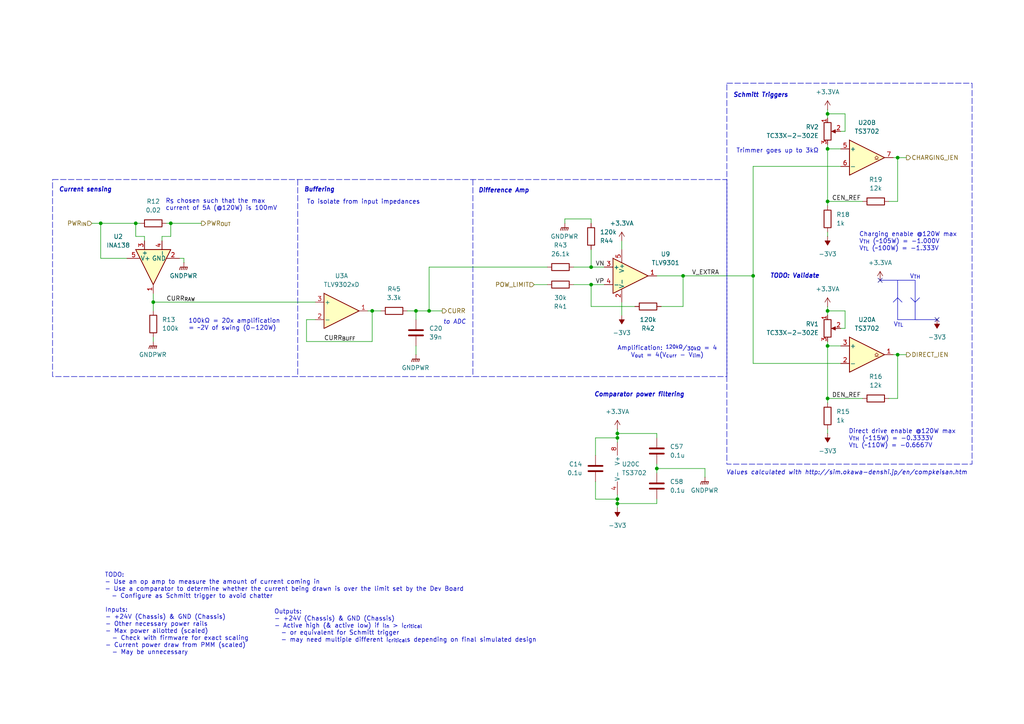
<source format=kicad_sch>
(kicad_sch (version 20231120) (generator "eeschema") (generator_version "8.0")
  (paper "A4")
  (title_block (title "Current Sensing") (date "2025-02-12") (rev "1") (company "UT Robomaster") (comment 1 "Robomaster"))
  (lib_symbols
    (symbol "! Robomaster ICs:TS3902" (pin_names (offset 0.127))
      (property "Reference" "U" (at 3.81 3.81 0))
      (property "Value" "TS3702" (at 6.35 -3.81 0))
      (symbol "TS3902_1_1"
        (polyline (pts (xy -5.08 5.08) (xy 5.08 0) (xy -5.08 -5.08) (xy -5.08 5.08)) (stroke (width 0.254)) (fill (type background)))
        (polyline (pts (xy 3.302 -0.508) (xy 2.794 -0.508) (xy 3.302 0) (xy 2.794 0.508) (xy 2.286 0) (xy 2.794 -0.508) (xy 2.286 -0.508)) (stroke (width 0.127)))
        (pin open_collector line (at 7.62 0 180) (length 2.54) (name "~") (number "1"))
        (pin input line (at -7.62 -2.54 0) (length 2.54) (name "-") (number "2"))
        (pin input line (at -7.62 2.54 0) (length 2.54) (name "+") (number "3"))
      )
      (symbol "TS3902_2_1"
        (polyline (pts (xy -5.08 5.08) (xy 5.08 0) (xy -5.08 -5.08) (xy -5.08 5.08)) (stroke (width 0.254)) (fill (type background)))
        (polyline (pts (xy 3.302 -0.508) (xy 2.794 -0.508) (xy 3.302 0) (xy 2.794 0.508) (xy 2.286 0) (xy 2.794 -0.508) (xy 2.286 -0.508)) (stroke (width 0.127)))
        (pin input line (at -7.62 2.54 0) (length 2.54) (name "+") (number "5"))
        (pin input line (at -7.62 -2.54 0) (length 2.54) (name "-") (number "6"))
        (pin open_collector line (at 7.62 0 180) (length 2.54) (name "~") (number "7"))
      )
      (symbol "TS3902_3_1"
        (pin power_in line (at -2.54 -7.62 90) (length 3.81) (name "V-") (number "4"))
        (pin power_in line (at -2.54 7.62 270) (length 3.81) (name "V+") (number "8"))
      )
    )
    (symbol "Amplifier_Current:INA138" (pin_names (offset 0.127))
      (property "Reference" "U" (at 3.81 5.08 0))
      (property "Value" "INA138" (at 3.81 2.54 0))
      (symbol "INA138_0_1"
        (polyline (pts (xy -5.08 5.08) (xy 5.08 0) (xy -5.08 -5.08) (xy -5.08 5.08)) (stroke (width 0.254)) (fill (type background)))
      )
      (symbol "INA138_1_1"
        (pin output line (at 7.62 0 180) (length 2.54) (name "~") (number "1"))
        (pin power_in line (at -2.54 -7.62 90) (length 3.81) (name "GND") (number "2"))
        (pin input line (at -7.62 2.54 0) (length 2.54) (name "+") (number "3"))
        (pin input line (at -7.62 -2.54 0) (length 2.54) (name "-") (number "4"))
        (pin power_in line (at -2.54 7.62 270) (length 3.81) (name "V+") (number "5"))
      )
    )
    (symbol "Amplifier_Operational:LM321" (pin_names (offset 0.127))
      (property "Reference" "U9" (at 10.16 6.3186 0))
      (property "Value" "TLV9301" (at 10.16 3.7786 0))
      (symbol "LM321_0_1"
        (polyline (pts (xy -5.08 5.08) (xy 5.08 0) (xy -5.08 -5.08) (xy -5.08 5.08)) (stroke (width 0.254)) (fill (type background)))
      )
      (symbol "LM321_1_1"
        (pin output line (at 7.62 0 180) (length 2.54) (name "~") (number "1"))
        (pin power_in line (at -2.54 -7.62 90) (length 3.81) (name "V-") (number "2"))
        (pin input line (at -7.62 2.54 0) (length 2.54) (name "+") (number "3"))
        (pin input line (at -7.62 -2.54 0) (length 2.54) (name "-") (number "4"))
        (pin power_in line (at -2.54 7.62 270) (length 3.81) (name "V+") (number "5"))
      )
    )
    (symbol "Amplifier_Operational:TLV9302xD" (pin_names (offset 0.127))
      (property "Reference" "U" (at 0 5.08 0))
      (property "Value" "TLV9302xD" (at 0 -5.08 0))
      (symbol "TLV9302xD_1_1"
        (polyline (pts (xy -5.08 5.08) (xy 5.08 0) (xy -5.08 -5.08) (xy -5.08 5.08)) (stroke (width 0.254)) (fill (type background)))
        (pin output line (at 7.62 0 180) (length 2.54) (name "~") (number "1"))
        (pin input line (at -7.62 -2.54 0) (length 2.54) (name "-") (number "2"))
        (pin input line (at -7.62 2.54 0) (length 2.54) (name "+") (number "3"))
      )
      (symbol "TLV9302xD_2_1"
        (polyline (pts (xy -5.08 5.08) (xy 5.08 0) (xy -5.08 -5.08) (xy -5.08 5.08)) (stroke (width 0.254)) (fill (type background)))
        (pin input line (at -7.62 2.54 0) (length 2.54) (name "+") (number "5"))
        (pin input line (at -7.62 -2.54 0) (length 2.54) (name "-") (number "6"))
        (pin output line (at 7.62 0 180) (length 2.54) (name "~") (number "7"))
      )
      (symbol "TLV9302xD_3_1"
        (pin power_in line (at -2.54 -7.62 90) (length 3.81) (name "V-") (number "4"))
        (pin power_in line (at -2.54 7.62 270) (length 3.81) (name "V+") (number "8"))
      )
    )
    (symbol "Device:C" (pin_numbers hide) (pin_names (offset 0.254))
      (property "Reference" "C" (at 0.635 2.54 0))
      (property "Value" "C" (at 0.635 -2.54 0))
      (symbol "C_0_1"
        (polyline (pts (xy -2.032 -0.762) (xy 2.032 -0.762)) (stroke (width 0.508)))
        (polyline (pts (xy -2.032 0.762) (xy 2.032 0.762)) (stroke (width 0.508)))
      )
      (symbol "C_1_1"
        (pin passive line (at 0 3.81 270) (length 2.794) (name "~") (number "1"))
        (pin passive line (at 0 -3.81 90) (length 2.794) (name "~") (number "2"))
      )
    )
    (symbol "Device:R" (pin_numbers hide) (pin_names (offset 0))
      (property "Reference" "R" (at 2.032 0 90))
      (property "Value" "R" (at 0 0 90))
      (symbol "R_0_1"
        (rectangle (start -1.016 -2.54) (end 1.016 2.54) (stroke (width 0.254)))
      )
      (symbol "R_1_1"
        (pin passive line (at 0 3.81 270) (length 1.27) (name "~") (number "1"))
        (pin passive line (at 0 -3.81 90) (length 1.27) (name "~") (number "2"))
      )
    )
    (symbol "Device:R_Potentiometer" (pin_names (offset 1.016) hide)
      (property "Reference" "RV" (at -4.445 0 90))
      (property "Value" "R_Potentiometer" (at -2.54 0 90))
      (symbol "R_Potentiometer_0_1"
        (polyline (pts (xy 2.54 0) (xy 1.524 0)))
        (polyline (pts (xy 1.143 0) (xy 2.286 0.508) (xy 2.286 -0.508) (xy 1.143 0)) (fill (type outline)))
        (rectangle (start 1.016 2.54) (end -1.016 -2.54) (stroke (width 0.254)))
      )
      (symbol "R_Potentiometer_1_1"
        (pin passive line (at 0 3.81 270) (length 1.27) (name "1") (number "1"))
        (pin passive line (at 3.81 0 180) (length 1.27) (name "2") (number "2"))
        (pin passive line (at 0 -3.81 90) (length 1.27) (name "3") (number "3"))
      )
    )
    (symbol "power:+3.3VA" (power) (pin_numbers hide) (pin_names (offset 0) hide)
      (property "Value" "+3.3VA" (at 0 3.556 0))
      (symbol "+3.3VA_0_1"
        (polyline (pts (xy -0.762 1.27) (xy 0 2.54)))
        (polyline (pts (xy 0 0) (xy 0 2.54)))
        (polyline (pts (xy 0 2.54) (xy 0.762 1.27)))
      )
      (symbol "+3.3VA_1_1"
        (pin power_in line (at 0 0 90) (length 0) (name "~") (number "1"))
      )
    )
    (symbol "power:-3V3" (power) (pin_numbers hide) (pin_names (offset 0) hide)
      (property "Value" "-3V3" (at 0 3.556 0))
      (symbol "-3V3_0_0"
        (pin power_in line (at 0 0 90) (length 0) (name "~") (number "1"))
      )
      (symbol "-3V3_0_1"
        (polyline (pts (xy 0 0) (xy 0 1.27) (xy 0.762 1.27) (xy 0 2.54) (xy -0.762 1.27) (xy 0 1.27)) (fill (type outline)))
      )
    )
    (symbol "power:GNDPWR" (power) (pin_numbers hide) (pin_names (offset 0) hide)
      (property "Value" "GNDPWR" (at 0 -3.302 0))
      (symbol "GNDPWR_0_1"
        (polyline (pts (xy 0 -1.27) (xy 0 0)))
        (polyline (pts (xy -1.016 -1.27) (xy -1.27 -2.032) (xy -1.27 -2.032)) (stroke (width 0.2032)))
        (polyline (pts (xy -0.508 -1.27) (xy -0.762 -2.032) (xy -0.762 -2.032)) (stroke (width 0.2032)))
        (polyline (pts (xy 0 -1.27) (xy -0.254 -2.032) (xy -0.254 -2.032)) (stroke (width 0.2032)))
        (polyline (pts (xy 0.508 -1.27) (xy 0.254 -2.032) (xy 0.254 -2.032)) (stroke (width 0.2032)))
        (polyline (pts (xy 1.016 -1.27) (xy -1.016 -1.27) (xy -1.016 -1.27)) (stroke (width 0.2032)))
        (polyline (pts (xy 1.016 -1.27) (xy 0.762 -2.032) (xy 0.762 -2.032) (xy 0.762 -2.032)) (stroke (width 0.2032)))
      )
      (symbol "GNDPWR_1_1"
        (pin power_in line (at 0 0 270) (length 0) (name "~") (number "1"))
      )
    )
  )
  (junction (at 240.03 33.02))
  (junction (at 124.46 90.17))
  (junction (at 120.65 90.17))
  (junction (at 171.45 82.55))
  (junction (at 179.07 146.05))
  (junction (at 218.44 80.01))
  (junction (at 44.45 87.63))
  (junction (at 29.21 64.77))
  (junction (at 39.37 64.77))
  (junction (at 240.03 58.42))
  (junction (at 179.07 144.78))
  (junction (at 171.45 77.47))
  (junction (at 240.03 90.17))
  (junction (at 49.53 64.77))
  (junction (at 198.12 80.01))
  (junction (at 240.03 43.18))
  (junction (at 260.35 45.72))
  (junction (at 260.35 102.87))
  (junction (at 240.03 115.57))
  (junction (at 240.03 100.33))
  (junction (at 179.07 125.73))
  (junction (at 179.07 127))
  (junction (at 190.5 135.89))
  (junction (at 107.95 90.17))
  (no_connect (at 255.27 81.28))
  (no_connect (at 271.78 92.71))
  (wire (pts (xy 190.5 137.16) (xy 190.5 135.89)))
  (wire (pts (xy 179.07 146.05) (xy 179.07 147.32)))
  (wire (pts (xy 29.21 64.77) (xy 39.37 64.77)))
  (wire (pts (xy 240.03 58.42) (xy 250.19 58.42)))
  (wire (pts (xy 53.34 74.93) (xy 52.07 74.93)))
  (wire (pts (xy 190.5 146.05) (xy 190.5 144.78)))
  (polyline (pts (xy 86.36 52.07) (xy 86.36 109.22)) (stroke (width 0) (type dash)))
  (wire (pts (xy 240.03 88.9) (xy 240.03 90.17)))
  (wire (pts (xy 171.45 82.55) (xy 171.45 88.9)))
  (wire (pts (xy 260.35 102.87) (xy 260.35 115.57)))
  (wire (pts (xy 163.83 63.5) (xy 163.83 64.77)))
  (wire (pts (xy 171.45 77.47) (xy 171.45 72.39)))
  (wire (pts (xy 179.07 143.51) (xy 179.07 144.78)))
  (wire (pts (xy 154.94 82.55) (xy 158.75 82.55)))
  (wire (pts (xy 257.81 58.42) (xy 260.35 58.42)))
  (wire (pts (xy 124.46 77.47) (xy 124.46 90.17)))
  (wire (pts (xy 53.34 76.2) (xy 53.34 74.93)))
  (wire (pts (xy 48.26 64.77) (xy 49.53 64.77)))
  (wire (pts (xy 172.72 139.7) (xy 172.72 144.78)))
  (wire (pts (xy 166.37 77.47) (xy 171.45 77.47)))
  (wire (pts (xy 179.07 146.05) (xy 190.5 146.05)))
  (wire (pts (xy 190.5 125.73) (xy 179.07 125.73)))
  (wire (pts (xy 240.03 33.02) (xy 245.11 33.02)))
  (wire (pts (xy 218.44 48.26) (xy 218.44 80.01)))
  (wire (pts (xy 259.08 102.87) (xy 260.35 102.87)))
  (wire (pts (xy 44.45 97.79) (xy 44.45 99.06)))
  (polyline (pts (xy 137.16 52.07) (xy 137.16 109.22)) (stroke (width 0) (type dash)))
  (wire (pts (xy 46.99 68.58) (xy 46.99 69.85)))
  (wire (pts (xy 190.5 135.89) (xy 190.5 134.62)))
  (wire (pts (xy 240.03 58.42) (xy 240.03 59.69)))
  (wire (pts (xy 245.11 38.1) (xy 243.84 38.1)))
  (wire (pts (xy 166.37 82.55) (xy 171.45 82.55)))
  (wire (pts (xy 190.5 127) (xy 190.5 125.73)))
  (wire (pts (xy 240.03 33.02) (xy 240.03 34.29)))
  (wire (pts (xy 240.03 41.91) (xy 240.03 43.18)))
  (wire (pts (xy 172.72 144.78) (xy 179.07 144.78)))
  (wire (pts (xy 107.95 90.17) (xy 106.68 90.17)))
  (wire (pts (xy 179.07 127) (xy 179.07 128.27)))
  (wire (pts (xy 40.64 64.77) (xy 39.37 64.77)))
  (wire (pts (xy 245.11 90.17) (xy 245.11 95.25)))
  (wire (pts (xy 240.03 90.17) (xy 245.11 90.17)))
  (wire (pts (xy 49.53 64.77) (xy 49.53 68.58)))
  (wire (pts (xy 120.65 100.33) (xy 120.65 102.87)))
  (wire (pts (xy 26.67 64.77) (xy 29.21 64.77)))
  (wire (pts (xy 107.95 90.17) (xy 110.49 90.17)))
  (wire (pts (xy 240.03 115.57) (xy 250.19 115.57)))
  (wire (pts (xy 218.44 80.01) (xy 218.44 105.41)))
  (wire (pts (xy 118.11 90.17) (xy 120.65 90.17)))
  (wire (pts (xy 107.95 99.06) (xy 107.95 90.17)))
  (wire (pts (xy 44.45 87.63) (xy 91.44 87.63)))
  (wire (pts (xy 240.03 43.18) (xy 240.03 58.42)))
  (wire (pts (xy 240.03 43.18) (xy 243.84 43.18)))
  (wire (pts (xy 180.34 72.39) (xy 180.34 69.85)))
  (wire (pts (xy 29.21 74.93) (xy 29.21 64.77)))
  (wire (pts (xy 260.35 45.72) (xy 262.89 45.72)))
  (wire (pts (xy 49.53 64.77) (xy 58.42 64.77)))
  (wire (pts (xy 179.07 125.73) (xy 179.07 127)))
  (polyline (pts (xy 264.16 86.36) (xy 265.43 87.63)))
  (wire (pts (xy 171.45 77.47) (xy 175.26 77.47)))
  (wire (pts (xy 171.45 63.5) (xy 171.45 64.77)))
  (wire (pts (xy 44.45 87.63) (xy 44.45 90.17)))
  (wire (pts (xy 39.37 68.58) (xy 41.91 68.58)))
  (polyline (pts (xy 259.08 87.63) (xy 260.35 86.36)))
  (wire (pts (xy 180.34 87.63) (xy 180.34 91.44)))
  (wire (pts (xy 36.83 74.93) (xy 29.21 74.93)))
  (wire (pts (xy 240.03 31.75) (xy 240.03 33.02)))
  (wire (pts (xy 88.9 92.71) (xy 88.9 99.06)))
  (wire (pts (xy 44.45 85.09) (xy 44.45 87.63)))
  (wire (pts (xy 240.03 100.33) (xy 240.03 115.57)))
  (wire (pts (xy 218.44 48.26) (xy 243.84 48.26)))
  (wire (pts (xy 198.12 88.9) (xy 198.12 80.01)))
  (wire (pts (xy 257.81 115.57) (xy 260.35 115.57)))
  (wire (pts (xy 240.03 115.57) (xy 240.03 116.84)))
  (wire (pts (xy 49.53 68.58) (xy 46.99 68.58)))
  (wire (pts (xy 204.47 135.89) (xy 190.5 135.89)))
  (wire (pts (xy 245.11 95.25) (xy 243.84 95.25)))
  (wire (pts (xy 240.03 67.31) (xy 240.03 68.58)))
  (wire (pts (xy 41.91 68.58) (xy 41.91 69.85)))
  (wire (pts (xy 88.9 99.06) (xy 107.95 99.06)))
  (wire (pts (xy 171.45 88.9) (xy 184.15 88.9)))
  (wire (pts (xy 163.83 63.5) (xy 171.45 63.5)))
  (wire (pts (xy 260.35 45.72) (xy 260.35 58.42)))
  (polyline (pts (xy 260.35 81.28) (xy 260.35 92.71)))
  (wire (pts (xy 191.77 88.9) (xy 198.12 88.9)))
  (wire (pts (xy 171.45 82.55) (xy 175.26 82.55)))
  (wire (pts (xy 124.46 90.17) (xy 128.27 90.17)))
  (polyline (pts (xy 255.27 81.28) (xy 265.43 81.28)))
  (wire (pts (xy 190.5 80.01) (xy 198.12 80.01)))
  (wire (pts (xy 172.72 127) (xy 172.72 132.08)))
  (wire (pts (xy 120.65 90.17) (xy 120.65 92.71)))
  (polyline (pts (xy 260.35 92.71) (xy 271.78 92.71)))
  (wire (pts (xy 120.65 90.17) (xy 124.46 90.17)))
  (wire (pts (xy 259.08 45.72) (xy 260.35 45.72)))
  (polyline (pts (xy 265.43 81.28) (xy 265.43 92.71)))
  (wire (pts (xy 260.35 102.87) (xy 262.89 102.87)))
  (wire (pts (xy 179.07 124.46) (xy 179.07 125.73)))
  (wire (pts (xy 240.03 124.46) (xy 240.03 125.73)))
  (wire (pts (xy 240.03 99.06) (xy 240.03 100.33)))
  (wire (pts (xy 179.07 127) (xy 172.72 127)))
  (wire (pts (xy 240.03 100.33) (xy 243.84 100.33)))
  (wire (pts (xy 240.03 90.17) (xy 240.03 91.44)))
  (wire (pts (xy 218.44 105.41) (xy 243.84 105.41)))
  (wire (pts (xy 39.37 68.58) (xy 39.37 64.77)))
  (wire (pts (xy 91.44 92.71) (xy 88.9 92.71)))
  (wire (pts (xy 124.46 77.47) (xy 158.75 77.47)))
  (polyline (pts (xy 265.43 87.63) (xy 266.7 86.36)))
  (wire (pts (xy 204.47 138.43) (xy 204.47 135.89)))
  (polyline (pts (xy 260.35 86.36) (xy 261.62 87.63)))
  (wire (pts (xy 179.07 144.78) (xy 179.07 146.05)))
  (wire (pts (xy 198.12 80.01) (xy 218.44 80.01)))
  (wire (pts (xy 245.11 33.02) (xy 245.11 38.1)))
  (rectangle (start 210.82 24.13) (end 281.94 134.62) (stroke (width 0) (type dash)))
  (rectangle (start 15.24 52.07) (end 210.82 109.22) (stroke (width 0) (type dash)))
  (text "Inputs:\n- +24V (Chassis) & GND (Chassis)\n- Other necessary power rails\n- Max power allotted (scaled)\n  - Check with firmware for exact scaling\n- Current power draw from PMM (scaled)\n  - May be unnecessary" (at 30.48 176.276 0) (effects (font (size 1.27 1.27)) (justify left top)))
  (text "Comparator power filtering" (at 185.42 113.792 0) (effects (font (size 1.27 1.27) (thickness 0.254) (bold yes) (italic yes)) (justify top)))
  (text "Values calculated with http://sim.okawa-denshi.jp/en/compkeisan.htm" (at 210.566 136.398 0) (effects (font (size 1.27 1.27) (thickness 0.1588) (italic yes)) (justify left top)))
  (text "Schmitt Triggers" (at 212.598 26.924 0) (effects (font (size 1.27 1.27) (thickness 0.254) (bold yes) (italic yes)) (justify left top)))
  (text "100kΩ = 20x amplification\n= ~2V of swing (0-120W)" (at 54.61 92.456 0) (effects (font (size 1.27 1.27)) (justify left top)))
  (text "V_{TL}" (at 260.604 93.472 0) (effects (font (size 1.27 1.27)) (justify top)))
  (text "Outputs:\n- +24V (Chassis) & GND (Chassis)\n- Active high (& active low) if I_{in} > I_{critical}\n  - or equivalent for Schmitt trigger\n  - may need multiple different I_{critical}s depending on final simulated design" (at 79.502 176.784 0) (effects (font (size 1.27 1.27)) (justify left top)))
  (text "Difference Amp" (at 138.684 54.61 0) (effects (font (size 1.27 1.27) (thickness 0.254) (bold yes) (italic yes)) (justify left top)))
  (text "Trimmer goes up to 3kΩ" (at 237.49 43.815 0) (effects (font (size 1.27 1.27)) (justify right)))
  (text "R_{S} chosen such that the max\ncurrent of 5A (@120W) is 100mV" (at 48.006 59.436 0) (effects (font (size 1.27 1.27)) (justify left)))
  (text "TODO:\n- Use an op amp to measure the amount of current coming in\n- Use a comparator to determine whether the current being drawn is over the limit set by the Dev Board\n  - Configure as Schmitt trigger to avoid chatter" (at 30.353 166.116 0) (effects (font (size 1.27 1.27)) (justify left top)))
  (text "To isolate from input impedances" (at 105.41 57.912 0) (effects (font (size 1.27 1.27) (thickness 0.1588)) (justify top)))
  (text "to ADC" (at 128.524 93.472 0) (effects (font (size 1.27 1.27) (italic yes)) (justify left)))
  (text "Charging enable @120W max\nV_{TH} (~105W) = -1.000V\nV_{TL} (~100W) = -1.333V" (at 249.174 70.104 0) (effects (font (size 1.27 1.27)) (justify left)))
  (text "Buffering" (at 88.138 54.356 0) (effects (font (size 1.27 1.27) (thickness 0.254) (bold yes) (italic yes)) (justify left top)))
  (text "Direct drive enable @120W max\nV_{TH} (~115W) = -0.3333V\nV_{TL} (~110W) = -0.6667V" (at 246.126 127.254 0) (effects (font (size 1.27 1.27)) (justify left)))
  (text "V_{TH}" (at 265.43 81.026 0) (effects (font (size 1.27 1.27)) (justify bottom)))
  (text "Current sensing" (at 17.018 54.356 0) (effects (font (size 1.27 1.27) (thickness 0.254) (bold yes) (italic yes)) (justify left top)))
  (text "Amplification: ^{120kΩ}/_{30kΩ} = 4\nV_{out} = 4(V_{curr} - V_{lim})" (at 193.548 100.33 0) (effects (font (size 1.27 1.27)) (justify top)))
  (text "TODO: Validate" (at 230.505 79.375 0) (effects (font (size 1.27 1.27) (thickness 0.254) (bold yes) (italic yes)) (justify top)))
  (label "V_EXTRA" (at 200.66 80.01 0))
  (label "CURR_{BUFF}" (at 93.98 99.06 0))
  (label "VN" (at 172.72 77.47 0))
  (label "CEN_REF" (at 241.3 58.42 0))
  (label "DEN_REF" (at 241.3 115.57 0))
  (label "CURR_{RAW}" (at 48.26 87.63 0))
  (label "VP" (at 172.72 82.55 0))
  (hierarchical_label "DIRECT_IEN" (shape output) (at 262.89 102.87 0))
  (hierarchical_label "CURR" (shape output) (at 128.27 90.17 0))
  (hierarchical_label "PWR_{OUT}" (shape output) (at 58.42 64.77 0))
  (hierarchical_label "CHARGING_IEN" (shape output) (at 262.89 45.72 0))
  (hierarchical_label "PWR_{IN}" (shape input) (at 26.67 64.77 180))
  (hierarchical_label "POW_LIMIT" (shape input) (at 154.94 82.55 180) (effects (font (thickness 0.1588))))
  (symbol (lib_id "Device:R") (at 44.45 64.77 90) (unit 1)
    (property "Reference" "R12" (at 44.45 58.42 90))
    (property "Value" "0.02" (at 44.45 60.96 90))
    (property "Footprint" "Resistor_SMD:R_0805_2012Metric_Pad1.20x1.40mm_HandSolder" (effects (hide yes)))
    (property "Description" "Resistor" (effects (hide yes)))
    (property "Mouser Part Number" "504-MFSA0805R0200FIM" (effects (hide yes)))
  )
  (symbol (lib_id "Device:R_Potentiometer") (at 240.03 38.1 0) (unit 1)
    (property "Reference" "RV2" (at 237.49 36.8299 0) (effects (justify right)))
    (property "Value" "TC33X-2-302E" (at 237.49 39.3699 0) (effects (justify right)))
    (property "Footprint" "Potentiometer_SMD:Potentiometer_Bourns_TC33X_Vertical" (effects (hide yes)))
    (property "Datasheet" "https://www.mouser.com/datasheet/2/54/tc33-778219.pdf" (effects (hide yes)))
    (property "Description" "Potentiometer" (effects (hide yes)))
    (property "Mouser Part Number" "652-TC33X-2-302E" (effects (hide yes)))
  )
  (symbol (lib_id "power:+3.3VA") (at 179.07 124.46 0) (unit 1)
    (property "Reference" "#PWR030" (effects (hide yes)))
    (property "Value" "+3.3VA" (at 179.07 119.38 0))
    (property "Description" "Power symbol creates a global label with name \"+3.3VA\"" (effects (hide yes)))
  )
  (symbol (lib_id "Device:R_Potentiometer") (at 240.03 95.25 0) (unit 1)
    (property "Reference" "RV1" (at 237.49 93.9799 0) (effects (justify right)))
    (property "Value" "TC33X-2-302E" (at 237.49 96.5199 0) (effects (justify right)))
    (property "Footprint" "Potentiometer_SMD:Potentiometer_Bourns_TC33X_Vertical" (effects (hide yes)))
    (property "Datasheet" "https://www.mouser.com/datasheet/2/54/tc33-778219.pdf" (effects (hide yes)))
    (property "Description" "Potentiometer" (effects (hide yes)))
    (property "Mouser Part Number" "652-TC33X-2-302E" (effects (hide yes)))
  )
  (symbol (lib_id "power:GNDPWR") (at 120.65 102.87 0) (unit 1)
    (property "Reference" "#PWR077" (effects (hide yes)))
    (property "Value" "GNDPWR" (at 120.523 106.68 0))
    (property "Description" "Power symbol creates a global label with name \"GNDPWR\" , global ground" (effects (hide yes)))
  )
  (symbol (lib_id "power:-3V3") (at 180.34 91.44 0) (mirror x) (unit 1)
    (property "Reference" "#PWR055" (effects (hide yes)))
    (property "Value" "-3V3" (at 180.34 96.52 0))
    (property "Description" "Power symbol creates a global label with name \"-3V3\"" (effects (hide yes)))
  )
  (symbol (lib_id "power:+3.3VA") (at 255.27 81.28 0) (unit 1)
    (property "Reference" "#PWR029" (effects (hide yes)))
    (property "Value" "+3.3VA" (at 255.27 76.2 0))
    (property "Description" "Power symbol creates a global label with name \"+3.3VA\"" (effects (hide yes)))
  )
  (symbol (lib_id "Device:R") (at 171.45 68.58 0) (mirror x) (unit 1)
    (property "Reference" "R44" (at 173.99 69.8501 0) (effects (justify left)))
    (property "Value" "120k" (at 173.99 67.3101 0) (effects (justify left)))
    (property "Description" "Resistor" (effects (hide yes)))
  )
  (symbol (lib_id "power:+3.3VA") (at 180.34 69.85 0) (unit 1)
    (property "Reference" "#PWR047" (effects (hide yes)))
    (property "Value" "+3.3VA" (at 180.34 64.77 0))
    (property "Description" "Power symbol creates a global label with name \"+3.3VA\"" (effects (hide yes)))
  )
  (symbol (lib_id "power:GNDPWR") (at 204.47 138.43 0) (unit 1)
    (property "Reference" "#PWR0103" (effects (hide yes)))
    (property "Value" "GNDPWR" (at 204.343 142.24 0))
    (property "Description" "Power symbol creates a global label with name \"GNDPWR\" , global ground" (effects (hide yes)))
  )
  (symbol (lib_id "Device:C") (at 190.5 130.81 180) (unit 1)
    (property "Reference" "C57" (at 194.31 129.5399 0) (effects (justify right)))
    (property "Value" "0.1u" (at 194.31 132.0799 0) (effects (justify right)))
    (property "Footprint" "Capacitor_SMD:C_0603_1608Metric_Pad1.08x0.95mm_HandSolder" (effects (hide yes)))
    (property "Description" "Unpolarized capacitor" (effects (hide yes)))
  )
  (symbol (lib_id "power:-3V3") (at 240.03 68.58 0) (mirror x) (unit 1)
    (property "Reference" "#PWR028" (effects (hide yes)))
    (property "Value" "-3V3" (at 240.03 73.66 0))
    (property "Description" "Power symbol creates a global label with name \"-3V3\"" (effects (hide yes)))
  )
  (symbol (lib_id "! Robomaster ICs:TS3902") (at 251.46 102.87 0) (unit 1)
    (property "Reference" "U20" (at 251.46 92.71 0))
    (property "Value" "TS3702" (at 251.46 95.25 0))
    (property "Footprint" "Package_SO:SOIC-8_3.9x4.9mm_P1.27mm" (effects (hide yes)))
    (property "Datasheet" "https://www.mouser.com/datasheet/2/389/ts3702-1852552.pdf" (effects (hide yes)))
    (property "Description" "Micropower dual CMOS voltage comparator" (effects (hide yes)))
  )
  (symbol (lib_id "Device:R") (at 187.96 88.9 90) (mirror x) (unit 1)
    (property "Reference" "R42" (at 187.96 95.25 90))
    (property "Value" "120k" (at 187.96 92.71 90))
    (property "Footprint" "Resistor_SMD:R_0603_1608Metric_Pad0.98x0.95mm_HandSolder" (effects (hide yes)))
    (property "Description" "Resistor" (effects (hide yes)))
  )
  (symbol (lib_id "Device:C") (at 172.72 135.89 0) (mirror x) (unit 1)
    (property "Reference" "C14" (at 168.91 134.6199 0) (effects (justify right)))
    (property "Value" "0.1u" (at 168.91 137.1599 0) (effects (justify right)))
    (property "Footprint" "Capacitor_SMD:C_0603_1608Metric_Pad1.08x0.95mm_HandSolder" (effects (hide yes)))
    (property "Description" "Unpolarized capacitor" (effects (hide yes)))
  )
  (symbol (lib_id "Device:R") (at 162.56 77.47 90) (unit 1)
    (property "Reference" "R43" (at 162.56 71.12 90))
    (property "Value" "26.1k" (at 162.56 73.66 90))
    (property "Footprint" "Resistor_SMD:R_0603_1608Metric_Pad0.98x0.95mm_HandSolder" (effects (hide yes)))
    (property "Description" "Resistor" (effects (hide yes)))
    (property "Mouser Part Number" "71-CRCW0603-26.1K-E3" (effects (hide yes)))
  )
  (symbol (lib_id "power:-3V3") (at 179.07 147.32 0) (mirror x) (unit 1)
    (property "Reference" "#PWR031" (effects (hide yes)))
    (property "Value" "-3V3" (at 179.07 152.4 0))
    (property "Description" "Power symbol creates a global label with name \"-3V3\"" (effects (hide yes)))
  )
  (symbol (lib_id "Device:R") (at 254 58.42 90) (unit 1)
    (property "Reference" "R19" (at 254 52.07 90))
    (property "Value" "12k" (at 254 54.61 90))
    (property "Footprint" "Resistor_SMD:R_0603_1608Metric_Pad0.98x0.95mm_HandSolder" (effects (hide yes)))
    (property "Description" "Resistor" (effects (hide yes)))
  )
  (symbol (lib_id "Device:R") (at 114.3 90.17 90) (unit 1)
    (property "Reference" "R45" (at 114.3 83.82 90))
    (property "Value" "3.3k" (at 114.3 86.36 90))
    (property "Footprint" "Resistor_SMD:R_0603_1608Metric_Pad0.98x0.95mm_HandSolder" (effects (hide yes)))
    (property "Description" "Resistor" (effects (hide yes)))
  )
  (symbol (lib_id "power:-3V3") (at 240.03 125.73 0) (mirror x) (unit 1)
    (property "Reference" "#PWR027" (effects (hide yes)))
    (property "Value" "-3V3" (at 240.03 130.81 0))
    (property "Description" "Power symbol creates a global label with name \"-3V3\"" (effects (hide yes)))
  )
  (symbol (lib_id "Amplifier_Operational:TLV9302xD") (at 99.06 90.17 0) (unit 1)
    (property "Reference" "U3" (at 99.06 80.01 0))
    (property "Value" "TLV9302xD" (at 99.06 82.55 0))
    (property "Footprint" "Package_SO:SOIC-8_3.9x4.9mm_P1.27mm" (effects (hide yes)))
    (property "Datasheet" "https://www.ti.com/lit/ds/symlink/tlv9302.pdf" (effects (hide yes)))
    (property "Description" "40-V, 1-MHz, RRO Operational Amplifiers for Cost-Sensitive Systems, SOIC-8" (effects (hide yes)))
    (property "Mouser Part Number" "595-LM2903DR" (effects (hide yes)))
  )
  (symbol (lib_id "Device:R") (at 240.03 120.65 0) (unit 1)
    (property "Reference" "R15" (at 242.57 119.3799 0) (effects (justify left)))
    (property "Value" "1k" (at 242.57 121.9199 0) (effects (justify left)))
    (property "Footprint" "Resistor_SMD:R_0603_1608Metric_Pad0.98x0.95mm_HandSolder" (effects (hide yes)))
    (property "Description" "Resistor" (effects (hide yes)))
  )
  (symbol (lib_id "Device:R") (at 44.45 93.98 0) (unit 1)
    (property "Reference" "R13" (at 46.99 92.7099 0) (effects (justify left)))
    (property "Value" "100k" (at 46.99 95.2499 0) (effects (justify left)))
    (property "Footprint" "Resistor_SMD:R_0603_1608Metric_Pad0.98x0.95mm_HandSolder" (effects (hide yes)))
    (property "Description" "Resistor" (effects (hide yes)))
  )
  (symbol (lib_id "Device:R") (at 240.03 63.5 0) (unit 1)
    (property "Reference" "R18" (at 242.57 62.2299 0) (effects (justify left)))
    (property "Value" "1k" (at 242.57 64.7699 0) (effects (justify left)))
    (property "Footprint" "Resistor_SMD:R_0603_1608Metric_Pad0.98x0.95mm_HandSolder" (effects (hide yes)))
    (property "Description" "Resistor" (effects (hide yes)))
  )
  (symbol (lib_id "power:+3.3VA") (at 240.03 31.75 0) (unit 1)
    (property "Reference" "#PWR075" (effects (hide yes)))
    (property "Value" "+3.3VA" (at 240.03 26.67 0))
    (property "Description" "Power symbol creates a global label with name \"+3.3VA\"" (effects (hide yes)))
  )
  (symbol (lib_id "Device:R") (at 254 115.57 90) (unit 1)
    (property "Reference" "R16" (at 254 109.22 90))
    (property "Value" "12k" (at 254 111.76 90))
    (property "Footprint" "Resistor_SMD:R_0603_1608Metric_Pad0.98x0.95mm_HandSolder" (effects (hide yes)))
    (property "Description" "Resistor" (effects (hide yes)))
  )
  (symbol (lib_id "Amplifier_Current:INA138") (at 44.45 77.47 90) (mirror x) (unit 1)
    (property "Reference" "U2" (at 34.29 68.6114 90))
    (property "Value" "INA138" (at 34.29 71.1514 90))
    (property "Footprint" "Package_TO_SOT_SMD:SOT-23_Handsoldering" (effects (hide yes)))
    (property "Datasheet" "http://www.ti.com/lit/ds/symlink/ina138.pdf" (effects (hide yes)))
    (property "Description" "High-Side Measurement Current Shunt Monitor, 36V, SOT-23-5" (effects (hide yes)))
  )
  (symbol (lib_id "Device:R") (at 162.56 82.55 90) (mirror x) (unit 1)
    (property "Reference" "R41" (at 162.56 88.9 90))
    (property "Value" "30k" (at 162.56 86.36 90))
    (property "Footprint" "Resistor_SMD:R_0603_1608Metric_Pad0.98x0.95mm_HandSolder" (effects (hide yes)))
    (property "Description" "Resistor" (effects (hide yes)))
  )
  (symbol (lib_id "power:-3V3") (at 271.78 92.71 0) (mirror x) (unit 1)
    (property "Reference" "#PWR068" (effects (hide yes)))
    (property "Value" "-3V3" (at 271.78 97.79 0))
    (property "Description" "Power symbol creates a global label with name \"-3V3\"" (effects (hide yes)))
  )
  (symbol (lib_id "! Robomaster ICs:TS3902") (at 181.61 135.89 0) (unit 3)
    (property "Reference" "U20" (at 180.34 134.6199 0) (effects (justify left)))
    (property "Value" "TS3702" (at 180.34 137.1599 0) (effects (justify left)))
    (property "Footprint" "Package_SO:SOIC-8_3.9x4.9mm_P1.27mm" (effects (hide yes)))
    (property "Datasheet" "https://www.mouser.com/datasheet/2/389/ts3702-1852552.pdf" (effects (hide yes)))
    (property "Description" "Micropower dual CMOS voltage comparator" (effects (hide yes)))
  )
  (symbol (lib_id "Amplifier_Operational:LM321") (at 182.88 80.01 0) (unit 1)
    (property "Reference" "U9" (at 193.04 73.6914 0))
    (property "Value" "TLV9301" (at 193.04 76.2314 0))
    (property "Footprint" "Package_TO_SOT_SMD:SOT-23-5_HandSoldering" (effects (hide yes)))
    (property "Datasheet" "https://www.ti.com/lit/ds/symlink/tlv9301.pdf?ts=1740262716708" (effects (hide yes)))
    (property "Description" "Low Power Single Operational Amplifier, SOT-23-5" (effects (hide yes)))
    (property "Mouser Part Number" "595-TLV9301IDCKR" (effects (hide yes)))
  )
  (symbol (lib_id "power:GNDPWR") (at 44.45 99.06 0) (unit 1)
    (property "Reference" "#PWR025" (effects (hide yes)))
    (property "Value" "GNDPWR" (at 44.323 102.87 0))
    (property "Description" "Power symbol creates a global label with name \"GNDPWR\" , global ground" (effects (hide yes)))
  )
  (symbol (lib_id "Device:C") (at 190.5 140.97 180) (unit 1)
    (property "Reference" "C58" (at 194.31 139.6999 0) (effects (justify right)))
    (property "Value" "0.1u" (at 194.31 142.2399 0) (effects (justify right)))
    (property "Footprint" "Capacitor_SMD:C_0603_1608Metric_Pad1.08x0.95mm_HandSolder" (effects (hide yes)))
    (property "Description" "Unpolarized capacitor" (effects (hide yes)))
  )
  (symbol (lib_id "power:GNDPWR") (at 53.34 76.2 0) (unit 1)
    (property "Reference" "#PWR026" (effects (hide yes)))
    (property "Value" "GNDPWR" (at 53.213 80.01 0))
    (property "Description" "Power symbol creates a global label with name \"GNDPWR\" , global ground" (effects (hide yes)))
  )
  (symbol (lib_id "power:+3.3VA") (at 240.03 88.9 0) (unit 1)
    (property "Reference" "#PWR076" (effects (hide yes)))
    (property "Value" "+3.3VA" (at 240.03 83.82 0))
    (property "Description" "Power symbol creates a global label with name \"+3.3VA\"" (effects (hide yes)))
  )
  (symbol (lib_id "Device:C") (at 120.65 96.52 0) (mirror y) (unit 1)
    (property "Reference" "C20" (at 124.46 95.2499 0) (effects (justify right)))
    (property "Value" "39n" (at 124.46 97.7899 0) (effects (justify right)))
    (property "Footprint" "Capacitor_SMD:C_0603_1608Metric_Pad1.08x0.95mm_HandSolder" (effects (hide yes)))
    (property "Description" "Unpolarized capacitor" (effects (hide yes)))
    (property "Mouser Part Number" "791-0402B393K250CT" (effects (hide yes)))
  )
  (symbol (lib_id "! Robomaster ICs:TS3902") (at 251.46 45.72 0) (unit 2)
    (property "Reference" "U20" (at 251.46 35.56 0))
    (property "Value" "TS3702" (at 251.46 38.1 0))
    (property "Footprint" "Package_SO:SOIC-8_3.9x4.9mm_P1.27mm" (effects (hide yes)))
    (property "Datasheet" "https://www.mouser.com/datasheet/2/389/ts3702-1852552.pdf" (effects (hide yes)))
    (property "Description" "Micropower dual CMOS voltage comparator" (effects (hide yes)))
  )
  (symbol (lib_id "power:GNDPWR") (at 163.83 64.77 0) (unit 1)
    (property "Reference" "#PWR056" (effects (hide yes)))
    (property "Value" "GNDPWR" (at 163.703 68.58 0))
    (property "Description" "Power symbol creates a global label with name \"GNDPWR\" , global ground" (effects (hide yes)))
  )
)
</source>
